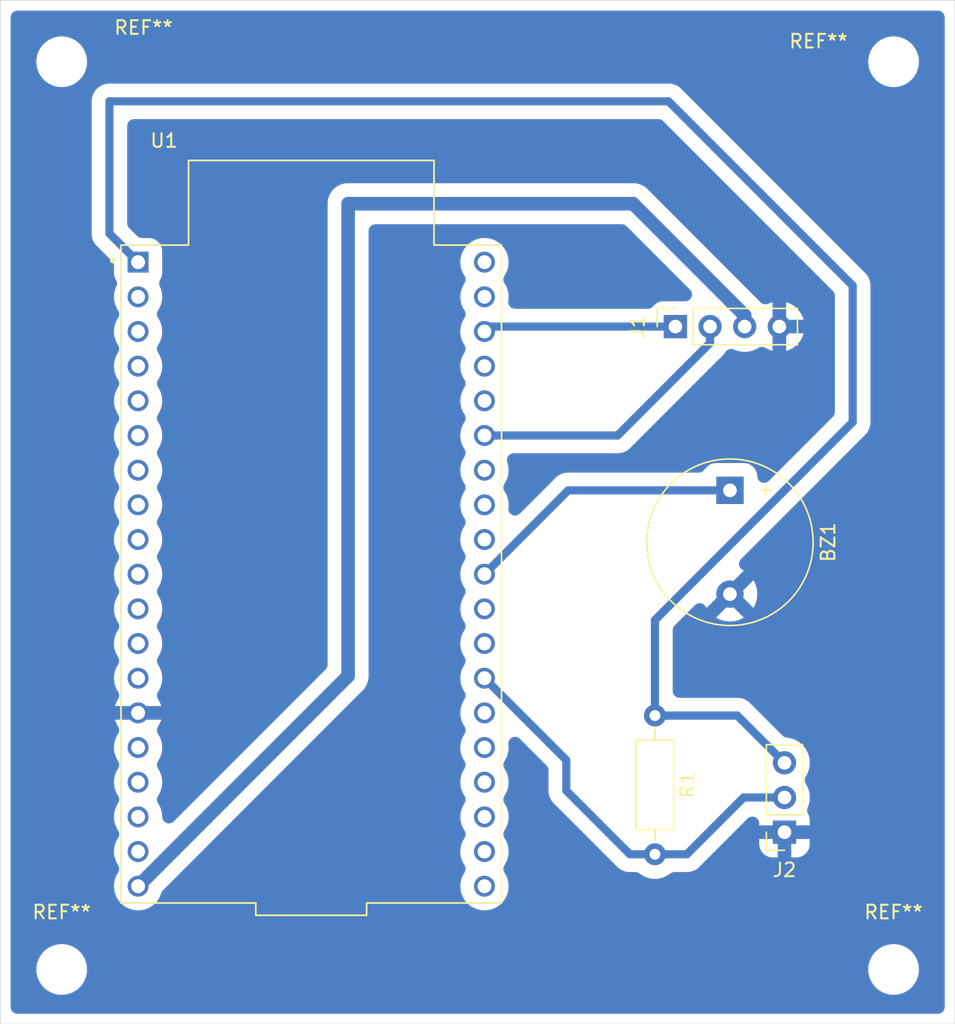
<source format=kicad_pcb>
(kicad_pcb (version 20241229) (generator "pcbnew") (generator_version "9.0")
  (layers (0 "F.Cu" signal) (2 "B.Cu" signal) (13 "F.Paste" user) (15 "B.Paste" user) (5 "F.SilkS" user "F.Silkscreen") (7 "B.SilkS" user "B.Silkscreen") (1 "F.Mask" user) (3 "B.Mask" user) (25 "Edge.Cuts" user))
  (net 0 "")
  (net 1 "GND")
  (net 2 "BZ1+")
  (net 3 "SDA")
  (net 4 "VCC")
  (net 5 "SCL")
  (net 6 "DQ")
  (net 15 "VDD")
  (footprint "devkit esp32 wroom32:MODULE_DEVKIT_V1_ESP32-WROOM-32" (layer "F.Cu") (at 142.8 104.03)
    (property "Reference" "U1" (at -10.795 -31.75 0) (layer "F.SilkS"))
    (property "Value" "DEVKIT_V1_ESP32-WROOM-32")
    (fp_line (start -13.95 -24.1) (end -13.95 24.1) (stroke (width 0.127)) (layer "F.SilkS"))
    (fp_line (start -13.95 24.1) (end -4.07 24.1) (stroke (width 0.127)) (layer "F.SilkS"))
    (fp_line (start -9 -30.3) (end 9 -30.3) (stroke (width 0.127)) (layer "F.SilkS"))
    (fp_line (start -9 -24.1) (end -13.95 -24.1) (stroke (width 0.127)) (layer "F.SilkS"))
    (fp_line (start -9 -24.1) (end -9 -30.3) (stroke (width 0.127)) (layer "F.SilkS"))
    (fp_line (start -4.07 24.1) (end -4.07 25) (stroke (width 0.127)) (layer "F.SilkS"))
    (fp_line (start -4.07 25) (end 4.06 25) (stroke (width 0.127)) (layer "F.SilkS"))
    (fp_line (start 4.06 24.1) (end 13.95 24.1) (stroke (width 0.127)) (layer "F.SilkS"))
    (fp_line (start 4.06 25) (end 4.06 24.1) (stroke (width 0.127)) (layer "F.SilkS"))
    (fp_line (start 9 -30.3) (end 9 -24.1) (stroke (width 0.127)) (layer "F.SilkS"))
    (fp_line (start 13.95 -24.1) (end 9 -24.1) (stroke (width 0.127)) (layer "F.SilkS"))
    (fp_line (start 13.95 24.1) (end 13.95 -24.1) (stroke (width 0.127)) (layer "F.SilkS"))
    (fp_circle (center -14.57 -22.97) (end -14.47 -22.97) (stroke (width 0.2)) (fill no) (layer "F.SilkS"))
    (pad "1" thru_hole rect (at -12.7 -22.85) (size 1.53 1.53) (drill 1.02) (layers "*.Cu" "*.Mask") (net 15 "VDD"))
    (pad "2" thru_hole circle (at -12.7 -20.31) (size 1.53 1.53) (drill 1.02) (layers "*.Cu" "*.Mask"))
    (pad "3" thru_hole circle (at -12.7 -17.77) (size 1.53 1.53) (drill 1.02) (layers "*.Cu" "*.Mask"))
    (pad "4" thru_hole circle (at -12.7 -15.23) (size 1.53 1.53) (drill 1.02) (layers "*.Cu" "*.Mask"))
    (pad "5" thru_hole circle (at -12.7 -12.69) (size 1.53 1.53) (drill 1.02) (layers "*.Cu" "*.Mask"))
    (pad "6" thru_hole circle (at -12.7 -10.15) (size 1.53 1.53) (drill 1.02) (layers "*.Cu" "*.Mask"))
    (pad "7" thru_hole circle (at -12.7 -7.61) (size 1.53 1.53) (drill 1.02) (layers "*.Cu" "*.Mask"))
    (pad "8" thru_hole circle (at -12.7 -5.07) (size 1.53 1.53) (drill 1.02) (layers "*.Cu" "*.Mask"))
    (pad "9" thru_hole circle (at -12.7 -2.53) (size 1.53 1.53) (drill 1.02) (layers "*.Cu" "*.Mask"))
    (pad "10" thru_hole circle (at -12.7 0.01) (size 1.53 1.53) (drill 1.02) (layers "*.Cu" "*.Mask"))
    (pad "11" thru_hole circle (at -12.7 2.55) (size 1.53 1.53) (drill 1.02) (layers "*.Cu" "*.Mask"))
    (pad "12" thru_hole circle (at -12.7 5.09) (size 1.53 1.53) (drill 1.02) (layers "*.Cu" "*.Mask"))
    (pad "13" thru_hole circle (at -12.7 7.63) (size 1.53 1.53) (drill 1.02) (layers "*.Cu" "*.Mask"))
    (pad "14" thru_hole circle (at -12.7 10.17) (size 1.53 1.53) (drill 1.02) (layers "*.Cu" "*.Mask") (net 1 "GND"))
    (pad "15" thru_hole circle (at -12.7 12.71) (size 1.53 1.53) (drill 1.02) (layers "*.Cu" "*.Mask"))
    (pad "16" thru_hole circle (at -12.7 15.25) (size 1.53 1.53) (drill 1.02) (layers "*.Cu" "*.Mask"))
    (pad "17" thru_hole circle (at -12.7 17.79) (size 1.53 1.53) (drill 1.02) (layers "*.Cu" "*.Mask"))
    (pad "18" thru_hole circle (at -12.7 20.33) (size 1.53 1.53) (drill 1.02) (layers "*.Cu" "*.Mask"))
    (pad "19" thru_hole circle (at -12.7 22.87) (size 1.53 1.53) (drill 1.02) (layers "*.Cu" "*.Mask") (net 4 "VCC"))
    (pad "20" thru_hole circle (at 12.7 22.87) (size 1.53 1.53) (drill 1.02) (layers "*.Cu" "*.Mask"))
    (pad "21" thru_hole circle (at 12.7 20.33) (size 1.53 1.53) (drill 1.02) (layers "*.Cu" "*.Mask"))
    (pad "22" thru_hole circle (at 12.7 17.79) (size 1.53 1.53) (drill 1.02) (layers "*.Cu" "*.Mask"))
    (pad "23" thru_hole circle (at 12.7 15.25) (size 1.53 1.53) (drill 1.02) (layers "*.Cu" "*.Mask"))
    (pad "24" thru_hole circle (at 12.7 12.71) (size 1.53 1.53) (drill 1.02) (layers "*.Cu" "*.Mask"))
    (pad "25" thru_hole circle (at 12.7 10.17) (size 1.53 1.53) (drill 1.02) (layers "*.Cu" "*.Mask"))
    (pad "26" thru_hole circle (at 12.7 7.63) (size 1.53 1.53) (drill 1.02) (layers "*.Cu" "*.Mask") (net 6 "DQ"))
    (pad "27" thru_hole circle (at 12.7 5.09) (size 1.53 1.53) (drill 1.02) (layers "*.Cu" "*.Mask"))
    (pad "28" thru_hole circle (at 12.7 2.55) (size 1.53 1.53) (drill 1.02) (layers "*.Cu" "*.Mask"))
    (pad "29" thru_hole circle (at 12.7 0.01) (size 1.53 1.53) (drill 1.02) (layers "*.Cu" "*.Mask") (net 2 "BZ1+"))
    (pad "30" thru_hole circle (at 12.7 -2.53) (size 1.53 1.53) (drill 1.02) (layers "*.Cu" "*.Mask"))
    (pad "31" thru_hole circle (at 12.7 -5.07) (size 1.53 1.53) (drill 1.02) (layers "*.Cu" "*.Mask"))
    (pad "32" thru_hole circle (at 12.7 -7.61) (size 1.53 1.53) (drill 1.02) (layers "*.Cu" "*.Mask"))
    (pad "33" thru_hole circle (at 12.7 -10.15) (size 1.53 1.53) (drill 1.02) (layers "*.Cu" "*.Mask") (net 3 "SDA"))
    (pad "34" thru_hole circle (at 12.7 -12.69) (size 1.53 1.53) (drill 1.02) (layers "*.Cu" "*.Mask"))
    (pad "35" thru_hole circle (at 12.7 -15.23) (size 1.53 1.53) (drill 1.02) (layers "*.Cu" "*.Mask"))
    (pad "36" thru_hole circle (at 12.7 -17.77) (size 1.53 1.53) (drill 1.02) (layers "*.Cu" "*.Mask") (net 5 "SCL"))
    (pad "37" thru_hole circle (at 12.7 -20.31) (size 1.53 1.53) (drill 1.02) (layers "*.Cu" "*.Mask"))
    (pad "38" thru_hole circle (at 12.7 -22.85) (size 1.53 1.53) (drill 1.02) (layers "*.Cu" "*.Mask"))
  )
  (footprint "Connector_PinSocket_2.54mm:PinSocket_1x03_P2.54mm_Vertical" (layer "F.Cu") (at 177.5 122.94 180)
    (property "Reference" "J2" (at 0 -2.77 0) (layer "F.SilkS"))
    (property "Value" "DS18B20")
    (fp_line (start 1.33 1.27) (end 1.33 6.41) (stroke (width 0.12)) (layer "F.SilkS"))
    (fp_line (start 1.33 -1.33) (end 1.33 0) (stroke (width 0.12)) (layer "F.SilkS"))
    (fp_line (start 0 -1.33) (end 1.33 -1.33) (stroke (width 0.12)) (layer "F.SilkS"))
    (fp_line (start -1.33 6.41) (end 1.33 6.41) (stroke (width 0.12)) (layer "F.SilkS"))
    (fp_line (start -1.33 1.27) (end 1.33 1.27) (stroke (width 0.12)) (layer "F.SilkS"))
    (fp_line (start -1.33 1.27) (end -1.33 6.41) (stroke (width 0.12)) (layer "F.SilkS"))
    (pad "1" thru_hole rect (at 0 0 180) (size 1.7 1.7) (drill 1) (layers "*.Cu" "*.Mask") (net 1 "GND"))
    (pad "2" thru_hole oval (at 0 2.54 180) (size 1.7 1.7) (drill 1) (layers "*.Cu" "*.Mask") (net 6 "DQ"))
    (pad "3" thru_hole oval (at 0 5.08 180) (size 1.7 1.7) (drill 1) (layers "*.Cu" "*.Mask") (net 15 "VDD"))
  )
  (footprint "Connector_PinSocket_2.54mm:PinSocket_1x04_P2.54mm_Vertical" (layer "F.Cu") (at 169.5 85.9 90)
    (property "Reference" "J1" (at 0 -2.77 90) (layer "F.SilkS"))
    (property "Value" "LCD 16x2")
    (fp_line (start 1.33 -1.33) (end 1.33 0) (stroke (width 0.12)) (layer "F.SilkS"))
    (fp_line (start 0 -1.33) (end 1.33 -1.33) (stroke (width 0.12)) (layer "F.SilkS"))
    (fp_line (start 1.33 1.27) (end 1.33 8.95) (stroke (width 0.12)) (layer "F.SilkS"))
    (fp_line (start -1.33 1.27) (end 1.33 1.27) (stroke (width 0.12)) (layer "F.SilkS"))
    (fp_line (start -1.33 1.27) (end -1.33 8.95) (stroke (width 0.12)) (layer "F.SilkS"))
    (fp_line (start -1.33 8.95) (end 1.33 8.95) (stroke (width 0.12)) (layer "F.SilkS"))
    (pad "1" thru_hole rect (at 0 0 90) (size 1.7 1.7) (drill 1) (layers "*.Cu" "*.Mask") (net 5 "SCL"))
    (pad "2" thru_hole oval (at 0 2.54 90) (size 1.7 1.7) (drill 1) (layers "*.Cu" "*.Mask") (net 3 "SDA"))
    (pad "3" thru_hole oval (at 0 5.08 90) (size 1.7 1.7) (drill 1) (layers "*.Cu" "*.Mask") (net 4 "VCC"))
    (pad "4" thru_hole oval (at 0 7.62 90) (size 1.7 1.7) (drill 1) (layers "*.Cu" "*.Mask") (net 1 "GND"))
  )
  (footprint "MountingHole:MountingHole_3.2mm_M3" (layer "F.Cu") (at 185.5 66.5)
    (property "Reference" "REF**" (at -5.5 -1.5 0) (layer "F.SilkS"))
    (property "Value" "MountingHole_3.2mm_M3")
    (pad "" np_thru_hole circle (at 0 0) (size 3.2 3.2) (drill 3.2) (layers "*.Cu" "*.Mask"))
  )
  (footprint "MountingHole:MountingHole_3.2mm_M3" (layer "F.Cu") (at 124.5 133)
    (property "Reference" "REF**" (at 0 -4.2 0) (layer "F.SilkS"))
    (property "Value" "MountingHole_3.2mm_M3")
    (pad "" np_thru_hole circle (at 0 0) (size 3.2 3.2) (drill 3.2) (layers "*.Cu" "*.Mask"))
  )
  (footprint "MountingHole:MountingHole_3.2mm_M3" (layer "F.Cu") (at 185.5 133)
    (property "Reference" "REF**" (at 0 -4.2 0) (layer "F.SilkS"))
    (property "Value" "MountingHole_3.2mm_M3")
    (pad "" np_thru_hole circle (at 0 0) (size 3.2 3.2) (drill 3.2) (layers "*.Cu" "*.Mask"))
  )
  (footprint "Resistor_THT:R_Axial_DIN0207_L6.3mm_D2.5mm_P10.16mm_Horizontal" (layer "F.Cu") (at 168 114.4 -90)
    (property "Reference" "R1" (at 5.08 -2.37 90) (layer "F.SilkS"))
    (property "Value" "4.7kΩ")
    (fp_line (start 1.81 1.37) (end 8.35 1.37) (stroke (width 0.12)) (layer "F.SilkS"))
    (fp_line (start 8.35 1.37) (end 8.35 -1.37) (stroke (width 0.12)) (layer "F.SilkS"))
    (fp_line (start 1.04 0) (end 1.81 0) (stroke (width 0.12)) (layer "F.SilkS"))
    (fp_line (start 9.12 0) (end 8.35 0) (stroke (width 0.12)) (layer "F.SilkS"))
    (fp_line (start 1.81 -1.37) (end 1.81 1.37) (stroke (width 0.12)) (layer "F.SilkS"))
    (fp_line (start 8.35 -1.37) (end 1.81 -1.37) (stroke (width 0.12)) (layer "F.SilkS"))
    (pad "1" thru_hole circle (at 0 0 270) (size 1.6 1.6) (drill 0.8) (layers "*.Cu" "*.Mask") (net 15 "VDD"))
    (pad "2" thru_hole oval (at 10.16 0 270) (size 1.6 1.6) (drill 0.8) (layers "*.Cu" "*.Mask") (net 6 "DQ"))
  )
  (footprint "Buzzer_Beeper:Buzzer_12x9.5RM7.6" (layer "F.Cu") (at 173.5 97.9 -90)
    (property "Reference" "BZ1" (at 3.8 -7.2 90) (layer "F.SilkS"))
    (property "Value" "Buzzer")
    (fp_circle (center 3.8 0) (end 9.9 0) (stroke (width 0.12)) (fill no) (layer "F.SilkS"))
    (fp_text user "+" (at -0.01 -2.54 90) (layer "F.SilkS"))
    (pad "1" thru_hole rect (at 0 0 270) (size 2 2) (drill 1) (layers "*.Cu" "*.Mask") (net 2 "BZ1+"))
    (pad "2" thru_hole circle (at 7.6 0 270) (size 2 2) (drill 1) (layers "*.Cu" "*.Mask") (net 1 "GND"))
  )
  (footprint "MountingHole:MountingHole_3.2mm_M3" (layer "F.Cu") (at 124.5 66.5)
    (property "Reference" "REF**" (at 6 -2.5 0) (layer "F.SilkS"))
    (property "Value" "MountingHole_3.2mm_M3")
    (pad "" np_thru_hole circle (at 0 0) (size 3.2 3.2) (drill 3.2) (layers "*.Cu" "*.Mask"))
  )
  (gr_rect (start 120 62) (end 190 137) (stroke (width 0.05)) (fill no) (layer "Edge.Cuts"))
  (segment (start 130.1 114.2) (end 127.8 114.2) (width 1) (layer "B.Cu") (net 1))
  (segment (start 132.7 114.2) (end 133.5 115) (width 1) (layer "B.Cu") (net 1))
  (segment (start 130.1 114.2) (end 132.7 114.2) (width 1) (layer "B.Cu") (net 1))
  (segment (start 127.8 114.2) (end 127 115) (width 1) (layer "B.Cu") (net 1))
  (segment (start 173.5 97.9) (end 161.64 97.9) (width 0.6) (layer "B.Cu") (net 2))
  (segment (start 161.64 97.9) (end 155.5 104.04) (width 0.6) (layer "B.Cu") (net 2))
  (segment (start 165.262081 93.88) (end 155.5 93.88) (width 0.6) (layer "B.Cu") (net 3))
  (segment (start 172.04 85.9) (end 172.04 87.102081) (width 0.6) (layer "B.Cu") (net 3))
  (segment (start 172.04 87.102081) (end 165.262081 93.88) (width 0.6) (layer "B.Cu") (net 3))
  (segment (start 174.58 85.9) (end 174.58 85.08) (width 1) (layer "B.Cu") (net 4))
  (segment (start 166.4 76.9) (end 145.5 76.9) (width 1) (layer "B.Cu") (net 4))
  (segment (start 145.5 111.5) (end 130.1 126.9) (width 1) (layer "B.Cu") (net 4))
  (segment (start 145.5 76.9) (end 145.5 111.5) (width 1) (layer "B.Cu") (net 4))
  (segment (start 174.58 85.08) (end 166.4 76.9) (width 1) (layer "B.Cu") (net 4))
  (segment (start 155.86 85.9) (end 155.5 86.26) (width 0.6) (layer "B.Cu") (net 5))
  (segment (start 169.5 85.9) (end 155.86 85.9) (width 0.6) (layer "B.Cu") (net 5))
  (segment (start 161.5 119.9) (end 161.5 117.66) (width 0.6) (layer "B.Cu") (net 6))
  (segment (start 168 124.56) (end 166.16 124.56) (width 0.6) (layer "B.Cu") (net 6))
  (segment (start 166.16 124.56) (end 161.5 119.9) (width 0.6) (layer "B.Cu") (net 6))
  (segment (start 161.5 117.66) (end 155.5 111.66) (width 0.6) (layer "B.Cu") (net 6))
  (segment (start 177.5 120.4) (end 174.5 120.4) (width 0.6) (layer "B.Cu") (net 6))
  (segment (start 170.34 124.56) (end 168 124.56) (width 0.6) (layer "B.Cu") (net 6))
  (segment (start 174.5 120.4) (end 170.34 124.56) (width 0.6) (layer "B.Cu") (net 6))
  (segment (start 174.04 114.4) (end 168 114.4) (width 0.6) (layer "B.Cu") (net 15))
  (segment (start 177.5 117.86) (end 174.04 114.4) (width 0.6) (layer "B.Cu") (net 15))
  (segment (start 168 107.4) (end 182.5 92.9) (width 0.6) (layer "B.Cu") (net 15))
  (segment (start 169 69.4) (end 128 69.4) (width 0.6) (layer "B.Cu") (net 15))
  (segment (start 182.5 82.9) (end 169 69.4) (width 0.6) (layer "B.Cu") (net 15))
  (segment (start 168 114.4) (end 168 107.4) (width 0.6) (layer "B.Cu") (net 15))
  (segment (start 128 69.4) (end 128 79.08) (width 0.6) (layer "B.Cu") (net 15))
  (segment (start 182.5 92.9) (end 182.5 82.9) (width 0.6) (layer "B.Cu") (net 15))
  (segment (start 128 79.08) (end 130.1 81.18) (width 0.6) (layer "B.Cu") (net 15))
  (zone (net 1) (net_name "GND") (layer "B.Cu") (priority 1) (connect_pads (clearance 1)) (min_thickness 1) (fill yes (thermal_gap 1) (thermal_bridge_width 1))
    (polygon (pts (xy 120 62) (xy 120 137) (xy 190 137) (xy 190 62)))
  )
)
</source>
